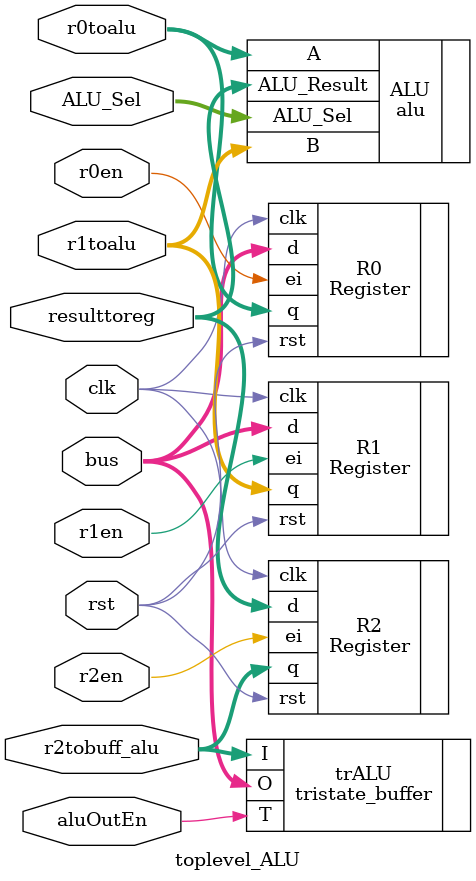
<source format=v>
module toplevel_ALU(clk,rst,r0en,r1en,r0toalu,r1toalu,ALU_Sel,resulttoreg,r2en,r2tobuff_alu,bus,aluOutEn);
  input clk, rst;
  input [2:0] ALU_Sel;
  input r0en, r1en, r2en, aluOutEn;
  inout [15:0] bus, r0toalu, r1toalu,resulttoreg,r2tobuff_alu;
  

  Register R0(.clk(clk), .d(bus), .ei(r0en), .rst(rst), .q(r0toalu));
  Register R1(.clk(clk), .d(bus), .ei(r1en), .rst(rst), .q(r1toalu)); 
  alu ALU(.A(r0toalu), .B(r1toalu), .ALU_Sel(ALU_Sel), .ALU_Result(resulttoreg));
  Register R2(.clk(clk), .d(resulttoreg), .ei(r2en), .rst(rst), .q(r2tobuff_alu));  
  tristate_buffer trALU(.T(aluOutEn), .I(r2tobuff_alu), .O(bus));
endmodule


</source>
